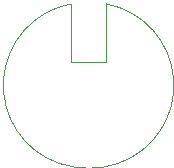
<source format=gko>
%FSLAX33Y33*%
%MOMM*%
%ADD10C,0.1*%
D10*
%LNpath-0*%
G75*
G02*
X1500Y7200D02*
X2500Y-6300I-1280J-6882D01*
G75*
X2500Y-6300D02*
X-2500Y-6300I-2500J7385D01*
G75*
X-2500Y-6300D02*
X-1500Y7200I2280J6618D01*
G01*
X-1500Y7200D02*
X-1500Y2300D01*
X1500Y2300*
X1500Y7200*
%LNmechanical details_traces*%
M02*
</source>
